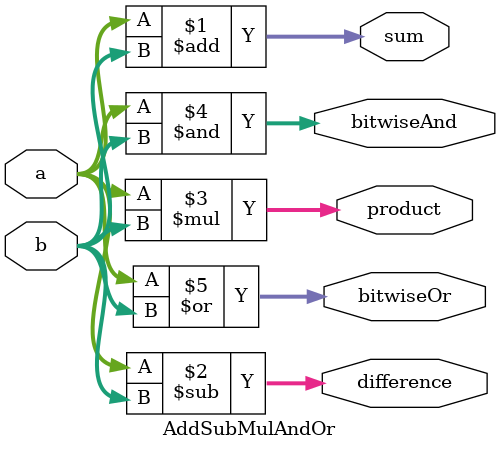
<source format=v>
`timescale 1ns / 1ps


module AddSubMulAndOr(
    input [31:0] a,
    input [31:0] b,
    output [31:0] sum,
    output [31:0] difference,
    output [31:0] product,
    output [31:0] bitwiseAnd,
    output [31:0] bitwiseOr
    );
    assign sum = a+b;
    assign difference = a-b;
    assign product = a*b;
    assign bitwiseAnd = a & b;
    assign bitwiseOr  = a | b; 
endmodule

</source>
